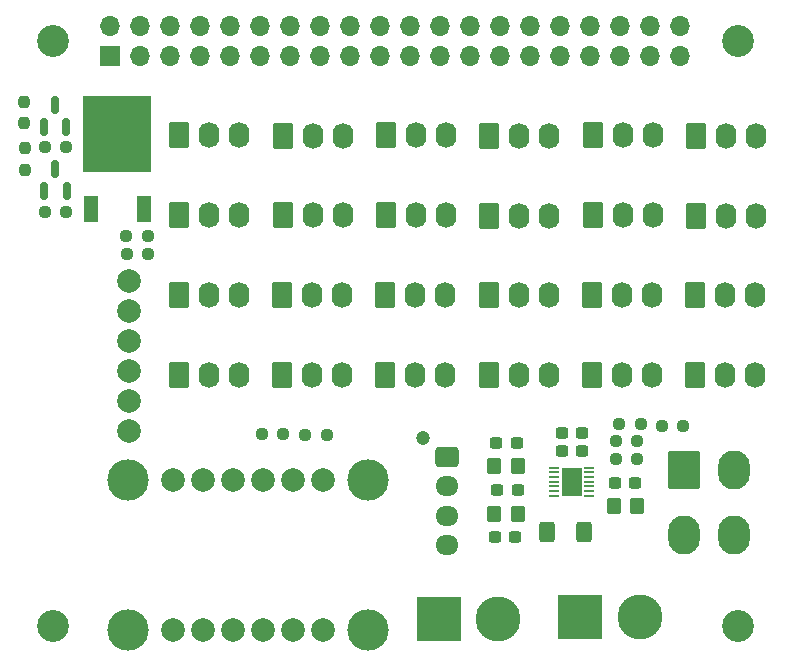
<source format=gbr>
%TF.GenerationSoftware,KiCad,Pcbnew,(6.0.1)*%
%TF.CreationDate,2022-03-24T21:22:16+00:00*%
%TF.ProjectId,isopod_distro,69736f70-6f64-45f6-9469-7374726f2e6b,rev?*%
%TF.SameCoordinates,Original*%
%TF.FileFunction,Soldermask,Top*%
%TF.FilePolarity,Negative*%
%FSLAX46Y46*%
G04 Gerber Fmt 4.6, Leading zero omitted, Abs format (unit mm)*
G04 Created by KiCad (PCBNEW (6.0.1)) date 2022-03-24 21:22:16*
%MOMM*%
%LPD*%
G01*
G04 APERTURE LIST*
G04 Aperture macros list*
%AMRoundRect*
0 Rectangle with rounded corners*
0 $1 Rounding radius*
0 $2 $3 $4 $5 $6 $7 $8 $9 X,Y pos of 4 corners*
0 Add a 4 corners polygon primitive as box body*
4,1,4,$2,$3,$4,$5,$6,$7,$8,$9,$2,$3,0*
0 Add four circle primitives for the rounded corners*
1,1,$1+$1,$2,$3*
1,1,$1+$1,$4,$5*
1,1,$1+$1,$6,$7*
1,1,$1+$1,$8,$9*
0 Add four rect primitives between the rounded corners*
20,1,$1+$1,$2,$3,$4,$5,0*
20,1,$1+$1,$4,$5,$6,$7,0*
20,1,$1+$1,$6,$7,$8,$9,0*
20,1,$1+$1,$8,$9,$2,$3,0*%
G04 Aperture macros list end*
%ADD10RoundRect,0.250001X-1.099999X-1.399999X1.099999X-1.399999X1.099999X1.399999X-1.099999X1.399999X0*%
%ADD11O,2.700000X3.300000*%
%ADD12RoundRect,0.150000X0.150000X-0.587500X0.150000X0.587500X-0.150000X0.587500X-0.150000X-0.587500X0*%
%ADD13RoundRect,0.237500X-0.250000X-0.237500X0.250000X-0.237500X0.250000X0.237500X-0.250000X0.237500X0*%
%ADD14RoundRect,0.237500X-0.300000X-0.237500X0.300000X-0.237500X0.300000X0.237500X-0.300000X0.237500X0*%
%ADD15RoundRect,0.250000X-0.620000X-0.845000X0.620000X-0.845000X0.620000X0.845000X-0.620000X0.845000X0*%
%ADD16O,1.740000X2.190000*%
%ADD17C,2.700000*%
%ADD18RoundRect,0.237500X0.237500X-0.250000X0.237500X0.250000X-0.237500X0.250000X-0.237500X-0.250000X0*%
%ADD19R,1.700000X1.700000*%
%ADD20O,1.700000X1.700000*%
%ADD21R,3.800000X3.800000*%
%ADD22C,3.800000*%
%ADD23RoundRect,0.250000X-0.400000X-0.625000X0.400000X-0.625000X0.400000X0.625000X-0.400000X0.625000X0*%
%ADD24RoundRect,0.237500X0.300000X0.237500X-0.300000X0.237500X-0.300000X-0.237500X0.300000X-0.237500X0*%
%ADD25RoundRect,0.250000X0.350000X0.450000X-0.350000X0.450000X-0.350000X-0.450000X0.350000X-0.450000X0*%
%ADD26RoundRect,0.237500X0.250000X0.237500X-0.250000X0.237500X-0.250000X-0.237500X0.250000X-0.237500X0*%
%ADD27RoundRect,0.250000X-0.350000X-0.450000X0.350000X-0.450000X0.350000X0.450000X-0.350000X0.450000X0*%
%ADD28C,2.000000*%
%ADD29C,3.500000*%
%ADD30C,1.200000*%
%ADD31RoundRect,0.250000X-0.725000X0.600000X-0.725000X-0.600000X0.725000X-0.600000X0.725000X0.600000X0*%
%ADD32O,1.950000X1.700000*%
%ADD33R,1.200000X2.200000*%
%ADD34R,5.800000X6.400000*%
%ADD35RoundRect,0.050000X-0.337500X-0.050000X0.337500X-0.050000X0.337500X0.050000X-0.337500X0.050000X0*%
%ADD36R,1.780000X2.350000*%
%ADD37RoundRect,0.237500X-0.237500X0.250000X-0.237500X-0.250000X0.237500X-0.250000X0.237500X0.250000X0*%
G04 APERTURE END LIST*
D10*
%TO.C,J8*%
X207000000Y-139850000D03*
D11*
X211200000Y-139850000D03*
X207000000Y-145350000D03*
X211200000Y-145350000D03*
%TD*%
D12*
%TO.C,Q2*%
X152800000Y-116187500D03*
X154700000Y-116187500D03*
X153750000Y-114312500D03*
%TD*%
D13*
%TO.C,R11*%
X152837500Y-112500000D03*
X154662500Y-112500000D03*
%TD*%
D14*
%TO.C,C1*%
X196600000Y-138200000D03*
X198325000Y-138200000D03*
%TD*%
D15*
%TO.C,J23*%
X164230000Y-131750000D03*
D16*
X166770000Y-131750000D03*
X169310000Y-131750000D03*
%TD*%
D15*
%TO.C,J15*%
X207980000Y-118270000D03*
D16*
X210520000Y-118270000D03*
X213060000Y-118270000D03*
%TD*%
D17*
%TO.C,H4*%
X211500000Y-103500000D03*
%TD*%
D18*
%TO.C,R12*%
X151112500Y-110475000D03*
X151112500Y-108650000D03*
%TD*%
D19*
%TO.C,J30*%
X158375000Y-104775000D03*
D20*
X158375000Y-102235000D03*
X160915000Y-104775000D03*
X160915000Y-102235000D03*
X163455000Y-104775000D03*
X163455000Y-102235000D03*
X165995000Y-104775000D03*
X165995000Y-102235000D03*
X168535000Y-104775000D03*
X168535000Y-102235000D03*
X171075000Y-104775000D03*
X171075000Y-102235000D03*
X173615000Y-104775000D03*
X173615000Y-102235000D03*
X176155000Y-104775000D03*
X176155000Y-102235000D03*
X178695000Y-104775000D03*
X178695000Y-102235000D03*
X181235000Y-104775000D03*
X181235000Y-102235000D03*
X183775000Y-104775000D03*
X183775000Y-102235000D03*
X186315000Y-104775000D03*
X186315000Y-102235000D03*
X188855000Y-104775000D03*
X188855000Y-102235000D03*
X191395000Y-104775000D03*
X191395000Y-102235000D03*
X193935000Y-104775000D03*
X193935000Y-102235000D03*
X196475000Y-104775000D03*
X196475000Y-102235000D03*
X199015000Y-104775000D03*
X199015000Y-102235000D03*
X201555000Y-104775000D03*
X201555000Y-102235000D03*
X204095000Y-104775000D03*
X204095000Y-102235000D03*
X206635000Y-104775000D03*
X206635000Y-102235000D03*
%TD*%
D12*
%TO.C,Q3*%
X152750000Y-110750000D03*
X154650000Y-110750000D03*
X153700000Y-108875000D03*
%TD*%
D15*
%TO.C,J11*%
X172980000Y-118250000D03*
D16*
X175520000Y-118250000D03*
X178060000Y-118250000D03*
%TD*%
D21*
%TO.C,J16*%
X186200000Y-152400000D03*
D22*
X191200000Y-152400000D03*
%TD*%
D15*
%TO.C,J14*%
X199230000Y-118250000D03*
D16*
X201770000Y-118250000D03*
X204310000Y-118250000D03*
%TD*%
D23*
%TO.C,R4*%
X195400000Y-145100000D03*
X198500000Y-145100000D03*
%TD*%
D15*
%TO.C,J13*%
X190480000Y-118270000D03*
D16*
X193020000Y-118270000D03*
X195560000Y-118270000D03*
%TD*%
D24*
%TO.C,C5*%
X192900000Y-141500000D03*
X191175000Y-141500000D03*
%TD*%
D13*
%TO.C,R8*%
X171200000Y-136800000D03*
X173025000Y-136800000D03*
%TD*%
D21*
%TO.C,J1*%
X198200000Y-152300000D03*
D22*
X203200000Y-152300000D03*
%TD*%
D25*
%TO.C,R1*%
X203000000Y-142900000D03*
X201000000Y-142900000D03*
%TD*%
D15*
%TO.C,J19*%
X181670000Y-124960000D03*
D16*
X184210000Y-124960000D03*
X186750000Y-124960000D03*
%TD*%
D26*
%TO.C,R5*%
X161575000Y-120000000D03*
X159750000Y-120000000D03*
%TD*%
D15*
%TO.C,J2*%
X164230000Y-111480000D03*
D16*
X166770000Y-111480000D03*
X169310000Y-111480000D03*
%TD*%
D14*
%TO.C,C4*%
X201100000Y-140900000D03*
X202825000Y-140900000D03*
%TD*%
D27*
%TO.C,R2*%
X190900000Y-139500000D03*
X192900000Y-139500000D03*
%TD*%
D15*
%TO.C,J25*%
X181670000Y-131750000D03*
D16*
X184210000Y-131750000D03*
X186750000Y-131750000D03*
%TD*%
D28*
%TO.C,U2*%
X160000000Y-136500000D03*
X160000000Y-133960000D03*
X160000000Y-131420000D03*
X160000000Y-128880000D03*
X160000000Y-126340000D03*
X160000000Y-123800000D03*
%TD*%
D27*
%TO.C,R3*%
X190900000Y-143500000D03*
X192900000Y-143500000D03*
%TD*%
D29*
%TO.C,U3*%
X159880000Y-153400000D03*
X180200000Y-153400000D03*
X180200000Y-140700000D03*
X159880000Y-140700000D03*
D28*
X176390000Y-140700000D03*
X173850000Y-140700000D03*
X171310000Y-140700000D03*
X168770000Y-140700000D03*
X166230000Y-140700000D03*
X163690000Y-140700000D03*
X176390000Y-153400000D03*
X173850000Y-153400000D03*
X171310000Y-153400000D03*
X168770000Y-153400000D03*
X166230000Y-153400000D03*
X163690000Y-153400000D03*
%TD*%
D15*
%TO.C,J4*%
X181730000Y-111480000D03*
D16*
X184270000Y-111480000D03*
X186810000Y-111480000D03*
%TD*%
D14*
%TO.C,C3*%
X191075000Y-137500000D03*
X192800000Y-137500000D03*
%TD*%
D30*
%TO.C,J29*%
X184900000Y-137100000D03*
D31*
X186900000Y-138700000D03*
D32*
X186900000Y-141200000D03*
X186900000Y-143700000D03*
X186900000Y-146200000D03*
%TD*%
D15*
%TO.C,J17*%
X164230000Y-124980000D03*
D16*
X166770000Y-124980000D03*
X169310000Y-124980000D03*
%TD*%
D24*
%TO.C,C6*%
X192700000Y-145500000D03*
X190975000Y-145500000D03*
%TD*%
D15*
%TO.C,J27*%
X199170000Y-131730000D03*
D16*
X201710000Y-131730000D03*
X204250000Y-131730000D03*
%TD*%
D15*
%TO.C,J6*%
X199230000Y-111480000D03*
D16*
X201770000Y-111480000D03*
X204310000Y-111480000D03*
%TD*%
D15*
%TO.C,J20*%
X190420000Y-124960000D03*
D16*
X192960000Y-124960000D03*
X195500000Y-124960000D03*
%TD*%
D26*
%TO.C,R7*%
X176712500Y-136810000D03*
X174887500Y-136810000D03*
%TD*%
D15*
%TO.C,J12*%
X181730000Y-118250000D03*
D16*
X184270000Y-118250000D03*
X186810000Y-118250000D03*
%TD*%
D15*
%TO.C,J5*%
X190480000Y-111500000D03*
D16*
X193020000Y-111500000D03*
X195560000Y-111500000D03*
%TD*%
D17*
%TO.C,H1*%
X153500000Y-103500000D03*
%TD*%
%TO.C,H3*%
X153500000Y-153000000D03*
%TD*%
D15*
%TO.C,J10*%
X164230000Y-118250000D03*
D16*
X166770000Y-118250000D03*
X169310000Y-118250000D03*
%TD*%
D33*
%TO.C,Q1*%
X156720000Y-117700000D03*
D34*
X159000000Y-111400000D03*
D33*
X161280000Y-117700000D03*
%TD*%
D15*
%TO.C,J18*%
X172920000Y-124960000D03*
D16*
X175460000Y-124960000D03*
X178000000Y-124960000D03*
%TD*%
D15*
%TO.C,J3*%
X172980000Y-111500000D03*
D16*
X175520000Y-111500000D03*
X178060000Y-111500000D03*
%TD*%
D15*
%TO.C,J21*%
X199170000Y-124960000D03*
D16*
X201710000Y-124960000D03*
X204250000Y-124960000D03*
%TD*%
D35*
%TO.C,U1*%
X195967500Y-139610000D03*
X195967500Y-140010000D03*
X195967500Y-140410000D03*
X195967500Y-140810000D03*
X195967500Y-141210000D03*
X195967500Y-141610000D03*
X195967500Y-142010000D03*
X198942500Y-142010000D03*
X198942500Y-141610000D03*
X198942500Y-141210000D03*
X198942500Y-140810000D03*
X198942500Y-140410000D03*
X198942500Y-140010000D03*
X198942500Y-139610000D03*
D36*
X197455000Y-140810000D03*
%TD*%
D15*
%TO.C,J22*%
X207920000Y-124960000D03*
D16*
X210460000Y-124960000D03*
X213000000Y-124960000D03*
%TD*%
D26*
%TO.C,R14*%
X203012500Y-138900000D03*
X201187500Y-138900000D03*
%TD*%
D15*
%TO.C,J24*%
X172920000Y-131750000D03*
D16*
X175460000Y-131750000D03*
X178000000Y-131750000D03*
%TD*%
D26*
%TO.C,R16*%
X203300000Y-135900000D03*
X201475000Y-135900000D03*
%TD*%
D13*
%TO.C,R9*%
X152837500Y-118000000D03*
X154662500Y-118000000D03*
%TD*%
D17*
%TO.C,H2*%
X211500000Y-153000000D03*
%TD*%
D15*
%TO.C,J7*%
X207980000Y-111500000D03*
D16*
X210520000Y-111500000D03*
X213060000Y-111500000D03*
%TD*%
D15*
%TO.C,J26*%
X190420000Y-131730000D03*
D16*
X192960000Y-131730000D03*
X195500000Y-131730000D03*
%TD*%
D26*
%TO.C,R6*%
X161600000Y-121500000D03*
X159775000Y-121500000D03*
%TD*%
D37*
%TO.C,R10*%
X151200000Y-112575000D03*
X151200000Y-114400000D03*
%TD*%
D26*
%TO.C,R13*%
X206912500Y-136100000D03*
X205087500Y-136100000D03*
%TD*%
D15*
%TO.C,J28*%
X207920000Y-131750000D03*
D16*
X210460000Y-131750000D03*
X213000000Y-131750000D03*
%TD*%
D14*
%TO.C,C2*%
X196600000Y-136700000D03*
X198325000Y-136700000D03*
%TD*%
D26*
%TO.C,R15*%
X203012500Y-137400000D03*
X201187500Y-137400000D03*
%TD*%
M02*

</source>
